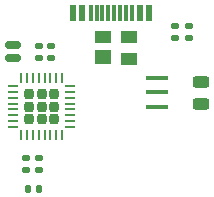
<source format=gbr>
%TF.GenerationSoftware,KiCad,Pcbnew,(5.99.0-12118-g897269f33f)*%
%TF.CreationDate,2021-09-15T19:12:53-04:00*%
%TF.ProjectId,why,7768792e-6b69-4636-9164-5f7063625858,rev?*%
%TF.SameCoordinates,Original*%
%TF.FileFunction,Paste,Bot*%
%TF.FilePolarity,Positive*%
%FSLAX46Y46*%
G04 Gerber Fmt 4.6, Leading zero omitted, Abs format (unit mm)*
G04 Created by KiCad (PCBNEW (5.99.0-12118-g897269f33f)) date 2021-09-15 19:12:53*
%MOMM*%
%LPD*%
G01*
G04 APERTURE LIST*
G04 Aperture macros list*
%AMRoundRect*
0 Rectangle with rounded corners*
0 $1 Rounding radius*
0 $2 $3 $4 $5 $6 $7 $8 $9 X,Y pos of 4 corners*
0 Add a 4 corners polygon primitive as box body*
4,1,4,$2,$3,$4,$5,$6,$7,$8,$9,$2,$3,0*
0 Add four circle primitives for the rounded corners*
1,1,$1+$1,$2,$3*
1,1,$1+$1,$4,$5*
1,1,$1+$1,$6,$7*
1,1,$1+$1,$8,$9*
0 Add four rect primitives between the rounded corners*
20,1,$1+$1,$2,$3,$4,$5,0*
20,1,$1+$1,$4,$5,$6,$7,0*
20,1,$1+$1,$6,$7,$8,$9,0*
20,1,$1+$1,$8,$9,$2,$3,0*%
G04 Aperture macros list end*
%ADD10R,0.300000X1.450000*%
%ADD11R,0.600000X1.450000*%
%ADD12RoundRect,0.062500X0.375000X0.062500X-0.375000X0.062500X-0.375000X-0.062500X0.375000X-0.062500X0*%
%ADD13RoundRect,0.062500X0.062500X0.375000X-0.062500X0.375000X-0.062500X-0.375000X0.062500X-0.375000X0*%
%ADD14RoundRect,0.207500X0.207500X0.207500X-0.207500X0.207500X-0.207500X-0.207500X0.207500X-0.207500X0*%
%ADD15RoundRect,0.165000X-0.475000X0.165000X-0.475000X-0.165000X0.475000X-0.165000X0.475000X0.165000X0*%
%ADD16R,1.900000X0.400000*%
%ADD17RoundRect,0.135000X0.185000X-0.135000X0.185000X0.135000X-0.185000X0.135000X-0.185000X-0.135000X0*%
%ADD18RoundRect,0.135000X-0.185000X0.135000X-0.185000X-0.135000X0.185000X-0.135000X0.185000X0.135000X0*%
%ADD19RoundRect,0.243750X0.456250X-0.243750X0.456250X0.243750X-0.456250X0.243750X-0.456250X-0.243750X0*%
%ADD20R,1.400000X1.200000*%
%ADD21R,1.400000X1.000000*%
%ADD22RoundRect,0.140000X0.140000X0.170000X-0.140000X0.170000X-0.140000X-0.170000X0.140000X-0.170000X0*%
G04 APERTURE END LIST*
D10*
%TO.C,USB1*%
X159250000Y-102045000D03*
X159750000Y-102045000D03*
X160250000Y-102045000D03*
X158750000Y-102045000D03*
X160750000Y-102045000D03*
X158250000Y-102045000D03*
X161250000Y-102045000D03*
X157750000Y-102045000D03*
D11*
X157050000Y-102045000D03*
X161950000Y-102045000D03*
X156275000Y-102045000D03*
X162725000Y-102045000D03*
%TD*%
D12*
%TO.C,U1*%
X156037500Y-108250000D03*
X156037500Y-108750000D03*
X156037500Y-109250000D03*
X156037500Y-109750000D03*
X156037500Y-110250000D03*
X156037500Y-110750000D03*
X156037500Y-111250000D03*
X156037500Y-111750000D03*
D13*
X155350000Y-112437500D03*
X154850000Y-112437500D03*
X154350000Y-112437500D03*
X153850000Y-112437500D03*
X153350000Y-112437500D03*
X152850000Y-112437500D03*
X152350000Y-112437500D03*
X151850000Y-112437500D03*
D12*
X151162500Y-111750000D03*
X151162500Y-111250000D03*
X151162500Y-110750000D03*
X151162500Y-110250000D03*
X151162500Y-109750000D03*
X151162500Y-109250000D03*
X151162500Y-108750000D03*
X151162500Y-108250000D03*
D13*
X151850000Y-107562500D03*
X152350000Y-107562500D03*
X152850000Y-107562500D03*
X153350000Y-107562500D03*
X153850000Y-107562500D03*
X154350000Y-107562500D03*
X154850000Y-107562500D03*
X155350000Y-107562500D03*
D14*
X154630000Y-108970000D03*
X154630000Y-110000000D03*
X154630000Y-111030000D03*
X153600000Y-108970000D03*
X153600000Y-110000000D03*
X153600000Y-111030000D03*
X152570000Y-108970000D03*
X152570000Y-110000000D03*
X152570000Y-111030000D03*
%TD*%
D15*
%TO.C,C3*%
X151150000Y-104800000D03*
X151150000Y-105880000D03*
%TD*%
D16*
%TO.C,Y1*%
X163350000Y-107600000D03*
X163350000Y-108800000D03*
X163350000Y-110000000D03*
%TD*%
D17*
%TO.C,R6*%
X153400000Y-114390000D03*
X153400000Y-115410000D03*
%TD*%
%TO.C,R5*%
X164900000Y-103140000D03*
X164900000Y-104160000D03*
%TD*%
%TO.C,R4*%
X166050000Y-103140000D03*
X166050000Y-104160000D03*
%TD*%
%TO.C,R3*%
X154400000Y-104840000D03*
X154400000Y-105860000D03*
%TD*%
%TO.C,R2*%
X153350000Y-104840000D03*
X153350000Y-105860000D03*
%TD*%
D18*
%TO.C,R1*%
X152250000Y-115410000D03*
X152250000Y-114390000D03*
%TD*%
D19*
%TO.C,F1*%
X167100000Y-107950000D03*
X167100000Y-109825000D03*
%TD*%
D20*
%TO.C,D1*%
X158800000Y-105820000D03*
D21*
X158800000Y-104100000D03*
X161000000Y-104100000D03*
X161000000Y-106000000D03*
%TD*%
D22*
%TO.C,JP1*%
X152420000Y-116950000D03*
X153380000Y-116950000D03*
%TD*%
M02*

</source>
